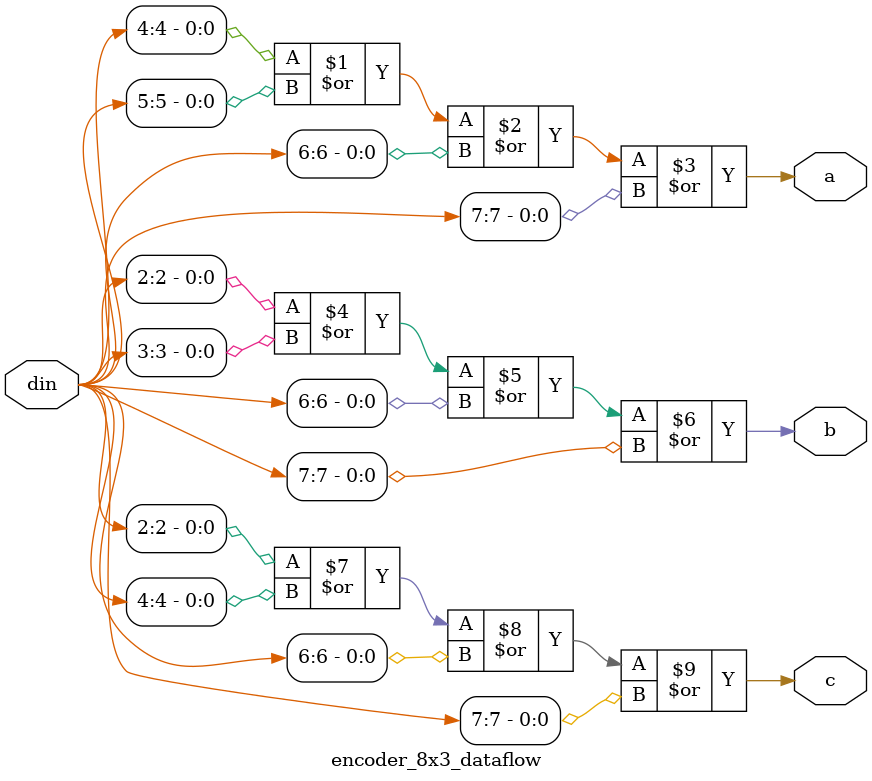
<source format=v>
`timescale 10ns/10ps



module encoder_8x3_dataflow(din, a, b, c);

input [0:7] din;
output a,b,c;


assign a = din[4] | din[5] | din[6] | din[7];
assign b = din[2] | din[3] | din[6] | din[7];
assign c = din[2] | din[4] | din[6] | din[7];

endmodule
</source>
